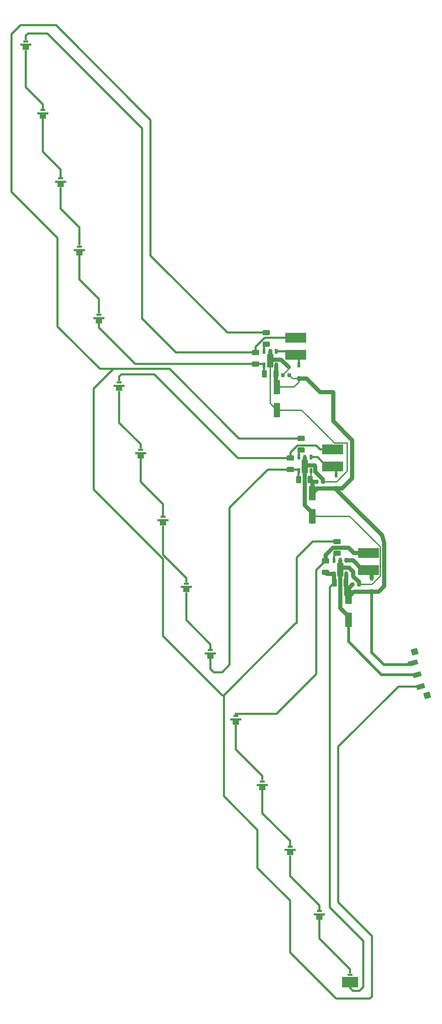
<source format=gbr>
G04 #@! TF.GenerationSoftware,KiCad,Pcbnew,(5.1.2)-1*
G04 #@! TF.CreationDate,2019-06-12T10:40:47+02:00*
G04 #@! TF.ProjectId,stop_light,73746f70-5f6c-4696-9768-742e6b696361,rev?*
G04 #@! TF.SameCoordinates,Original*
G04 #@! TF.FileFunction,Copper,L1,Top*
G04 #@! TF.FilePolarity,Positive*
%FSLAX46Y46*%
G04 Gerber Fmt 4.6, Leading zero omitted, Abs format (unit mm)*
G04 Created by KiCad (PCBNEW (5.1.2)-1) date 2019-06-12 10:40:47*
%MOMM*%
%LPD*%
G04 APERTURE LIST*
%ADD10R,2.800000X0.500000*%
%ADD11R,1.600000X1.000000*%
%ADD12R,0.600000X0.600000*%
%ADD13R,1.200000X0.550000*%
%ADD14R,4.000000X2.500000*%
%ADD15C,1.200000*%
%ADD16C,0.100000*%
%ADD17C,1.500000*%
%ADD18R,1.500000X3.300000*%
%ADD19R,0.680000X1.200000*%
%ADD20R,0.680000X1.400000*%
%ADD21C,0.875000*%
%ADD22C,1.250000*%
%ADD23R,5.100000X2.350000*%
%ADD24R,0.800000X1.250000*%
%ADD25C,1.600000*%
%ADD26C,1.000000*%
%ADD27C,0.300000*%
%ADD28C,0.700000*%
%ADD29C,0.500000*%
G04 APERTURE END LIST*
D10*
X576860000Y-123040000D03*
D11*
X576860000Y-123790000D03*
D12*
X576860000Y-124590000D03*
D13*
X576860000Y-122215000D03*
D12*
X576860000Y-121650000D03*
D14*
X576860000Y-124040000D03*
D15*
X594047024Y-52277942D03*
D16*
G36*
X592918305Y-51984695D02*
G01*
X594836933Y-51420012D01*
X595175743Y-52571189D01*
X593257115Y-53135872D01*
X592918305Y-51984695D01*
X592918305Y-51984695D01*
G37*
D15*
X593200000Y-49400000D03*
D16*
G36*
X592071281Y-49106753D02*
G01*
X593989909Y-48542070D01*
X594328719Y-49693247D01*
X592410091Y-50257930D01*
X592071281Y-49106753D01*
X592071281Y-49106753D01*
G37*
D15*
X592352976Y-46522058D03*
D16*
G36*
X591224257Y-46228811D02*
G01*
X593142885Y-45664128D01*
X593481695Y-46815305D01*
X591563067Y-47379988D01*
X591224257Y-46228811D01*
X591224257Y-46228811D01*
G37*
D17*
X592558470Y-43855549D03*
D16*
G36*
X591579263Y-43361937D02*
G01*
X593114165Y-42910190D01*
X593537677Y-44349161D01*
X592002775Y-44800908D01*
X591579263Y-43361937D01*
X591579263Y-43361937D01*
G37*
D17*
X595664226Y-54408002D03*
D16*
G36*
X594685019Y-53914390D02*
G01*
X596219921Y-53462643D01*
X596643433Y-54901614D01*
X595108531Y-55353361D01*
X594685019Y-53914390D01*
X594685019Y-53914390D01*
G37*
D10*
X569400000Y-107580000D03*
D11*
X569400000Y-108330000D03*
D12*
X569400000Y-109130000D03*
D13*
X569400000Y-106755000D03*
D12*
X569400000Y-106190000D03*
D10*
X549110000Y-60260000D03*
D11*
X549110000Y-61010000D03*
D12*
X549110000Y-61810000D03*
D13*
X549110000Y-59435000D03*
D12*
X549110000Y-58870000D03*
D10*
X555550000Y-76160000D03*
D11*
X555550000Y-76910000D03*
D12*
X555550000Y-77710000D03*
D13*
X555550000Y-75335000D03*
D12*
X555550000Y-74770000D03*
D10*
X562310000Y-91950000D03*
D11*
X562310000Y-92700000D03*
D12*
X562310000Y-93500000D03*
D13*
X562310000Y-91125000D03*
D12*
X562310000Y-90560000D03*
D10*
X531390000Y-11930000D03*
D11*
X531390000Y-12680000D03*
D12*
X531390000Y-13480000D03*
D13*
X531390000Y-11105000D03*
D12*
X531390000Y-10540000D03*
D10*
X525970000Y4360000D03*
D11*
X525970000Y3610000D03*
D12*
X525970000Y2810000D03*
D13*
X525970000Y5185000D03*
D12*
X525970000Y5750000D03*
D10*
X537050000Y-28120000D03*
D11*
X537050000Y-28870000D03*
D12*
X537050000Y-29670000D03*
D13*
X537050000Y-27295000D03*
D12*
X537050000Y-26730000D03*
D10*
X520780000Y20720000D03*
D11*
X520780000Y19970000D03*
D12*
X520780000Y19170000D03*
D13*
X520780000Y21545000D03*
D12*
X520780000Y22110000D03*
D10*
X542950000Y-44240000D03*
D11*
X542950000Y-44990000D03*
D12*
X542950000Y-45790000D03*
D13*
X542950000Y-43415000D03*
D12*
X542950000Y-42850000D03*
D10*
X515810000Y37140000D03*
D11*
X515810000Y36390000D03*
D12*
X515810000Y35590000D03*
D13*
X515810000Y37965000D03*
D12*
X515810000Y38530000D03*
D10*
X511070000Y53650000D03*
D11*
X511070000Y52900000D03*
D12*
X511070000Y52100000D03*
D13*
X511070000Y54475000D03*
D12*
X511070000Y55040000D03*
D10*
X506540000Y70200000D03*
D11*
X506540000Y69450000D03*
D12*
X506540000Y68650000D03*
D13*
X506540000Y71025000D03*
D12*
X506540000Y71590000D03*
D10*
X502220000Y86810000D03*
D11*
X502220000Y86060000D03*
D12*
X502220000Y85260000D03*
D13*
X502220000Y87635000D03*
D12*
X502220000Y88200000D03*
D10*
X498090000Y103465000D03*
D11*
X498090000Y102715000D03*
D12*
X498090000Y101915000D03*
D13*
X498090000Y104290000D03*
D12*
X498090000Y104855000D03*
D18*
X574470000Y-23900000D03*
D19*
X575970000Y-24945000D03*
X572970000Y-24945000D03*
X572970000Y-21645000D03*
D20*
X574470000Y-21745000D03*
D19*
X575970000Y-21645000D03*
D16*
G36*
X577732691Y-27020053D02*
G01*
X577753926Y-27023203D01*
X577774750Y-27028419D01*
X577794962Y-27035651D01*
X577814368Y-27044830D01*
X577832781Y-27055866D01*
X577850024Y-27068654D01*
X577865930Y-27083070D01*
X577880346Y-27098976D01*
X577893134Y-27116219D01*
X577904170Y-27134632D01*
X577913349Y-27154038D01*
X577920581Y-27174250D01*
X577925797Y-27195074D01*
X577928947Y-27216309D01*
X577930000Y-27237750D01*
X577930000Y-27750250D01*
X577928947Y-27771691D01*
X577925797Y-27792926D01*
X577920581Y-27813750D01*
X577913349Y-27833962D01*
X577904170Y-27853368D01*
X577893134Y-27871781D01*
X577880346Y-27889024D01*
X577865930Y-27904930D01*
X577850024Y-27919346D01*
X577832781Y-27932134D01*
X577814368Y-27943170D01*
X577794962Y-27952349D01*
X577774750Y-27959581D01*
X577753926Y-27964797D01*
X577732691Y-27967947D01*
X577711250Y-27969000D01*
X577273750Y-27969000D01*
X577252309Y-27967947D01*
X577231074Y-27964797D01*
X577210250Y-27959581D01*
X577190038Y-27952349D01*
X577170632Y-27943170D01*
X577152219Y-27932134D01*
X577134976Y-27919346D01*
X577119070Y-27904930D01*
X577104654Y-27889024D01*
X577091866Y-27871781D01*
X577080830Y-27853368D01*
X577071651Y-27833962D01*
X577064419Y-27813750D01*
X577059203Y-27792926D01*
X577056053Y-27771691D01*
X577055000Y-27750250D01*
X577055000Y-27237750D01*
X577056053Y-27216309D01*
X577059203Y-27195074D01*
X577064419Y-27174250D01*
X577071651Y-27154038D01*
X577080830Y-27134632D01*
X577091866Y-27116219D01*
X577104654Y-27098976D01*
X577119070Y-27083070D01*
X577134976Y-27068654D01*
X577152219Y-27055866D01*
X577170632Y-27044830D01*
X577190038Y-27035651D01*
X577210250Y-27028419D01*
X577231074Y-27023203D01*
X577252309Y-27020053D01*
X577273750Y-27019000D01*
X577711250Y-27019000D01*
X577732691Y-27020053D01*
X577732691Y-27020053D01*
G37*
D21*
X577492500Y-27494000D03*
D16*
G36*
X579307691Y-27020053D02*
G01*
X579328926Y-27023203D01*
X579349750Y-27028419D01*
X579369962Y-27035651D01*
X579389368Y-27044830D01*
X579407781Y-27055866D01*
X579425024Y-27068654D01*
X579440930Y-27083070D01*
X579455346Y-27098976D01*
X579468134Y-27116219D01*
X579479170Y-27134632D01*
X579488349Y-27154038D01*
X579495581Y-27174250D01*
X579500797Y-27195074D01*
X579503947Y-27216309D01*
X579505000Y-27237750D01*
X579505000Y-27750250D01*
X579503947Y-27771691D01*
X579500797Y-27792926D01*
X579495581Y-27813750D01*
X579488349Y-27833962D01*
X579479170Y-27853368D01*
X579468134Y-27871781D01*
X579455346Y-27889024D01*
X579440930Y-27904930D01*
X579425024Y-27919346D01*
X579407781Y-27932134D01*
X579389368Y-27943170D01*
X579369962Y-27952349D01*
X579349750Y-27959581D01*
X579328926Y-27964797D01*
X579307691Y-27967947D01*
X579286250Y-27969000D01*
X578848750Y-27969000D01*
X578827309Y-27967947D01*
X578806074Y-27964797D01*
X578785250Y-27959581D01*
X578765038Y-27952349D01*
X578745632Y-27943170D01*
X578727219Y-27932134D01*
X578709976Y-27919346D01*
X578694070Y-27904930D01*
X578679654Y-27889024D01*
X578666866Y-27871781D01*
X578655830Y-27853368D01*
X578646651Y-27833962D01*
X578639419Y-27813750D01*
X578634203Y-27792926D01*
X578631053Y-27771691D01*
X578630000Y-27750250D01*
X578630000Y-27237750D01*
X578631053Y-27216309D01*
X578634203Y-27195074D01*
X578639419Y-27174250D01*
X578646651Y-27154038D01*
X578655830Y-27134632D01*
X578666866Y-27116219D01*
X578679654Y-27098976D01*
X578694070Y-27083070D01*
X578709976Y-27068654D01*
X578727219Y-27055866D01*
X578745632Y-27044830D01*
X578765038Y-27035651D01*
X578785250Y-27028419D01*
X578806074Y-27023203D01*
X578827309Y-27020053D01*
X578848750Y-27019000D01*
X579286250Y-27019000D01*
X579307691Y-27020053D01*
X579307691Y-27020053D01*
G37*
D21*
X579067500Y-27494000D03*
D16*
G36*
X571563504Y-23949004D02*
G01*
X571587773Y-23952604D01*
X571611571Y-23958565D01*
X571634671Y-23966830D01*
X571656849Y-23977320D01*
X571677893Y-23989933D01*
X571697598Y-24004547D01*
X571715777Y-24021023D01*
X571732253Y-24039202D01*
X571746867Y-24058907D01*
X571759480Y-24079951D01*
X571769970Y-24102129D01*
X571778235Y-24125229D01*
X571784196Y-24149027D01*
X571787796Y-24173296D01*
X571789000Y-24197800D01*
X571789000Y-24947800D01*
X571787796Y-24972304D01*
X571784196Y-24996573D01*
X571778235Y-25020371D01*
X571769970Y-25043471D01*
X571759480Y-25065649D01*
X571746867Y-25086693D01*
X571732253Y-25106398D01*
X571715777Y-25124577D01*
X571697598Y-25141053D01*
X571677893Y-25155667D01*
X571656849Y-25168280D01*
X571634671Y-25178770D01*
X571611571Y-25187035D01*
X571587773Y-25192996D01*
X571563504Y-25196596D01*
X571539000Y-25197800D01*
X570289000Y-25197800D01*
X570264496Y-25196596D01*
X570240227Y-25192996D01*
X570216429Y-25187035D01*
X570193329Y-25178770D01*
X570171151Y-25168280D01*
X570150107Y-25155667D01*
X570130402Y-25141053D01*
X570112223Y-25124577D01*
X570095747Y-25106398D01*
X570081133Y-25086693D01*
X570068520Y-25065649D01*
X570058030Y-25043471D01*
X570049765Y-25020371D01*
X570043804Y-24996573D01*
X570040204Y-24972304D01*
X570039000Y-24947800D01*
X570039000Y-24197800D01*
X570040204Y-24173296D01*
X570043804Y-24149027D01*
X570049765Y-24125229D01*
X570058030Y-24102129D01*
X570068520Y-24079951D01*
X570081133Y-24058907D01*
X570095747Y-24039202D01*
X570112223Y-24021023D01*
X570130402Y-24004547D01*
X570150107Y-23989933D01*
X570171151Y-23977320D01*
X570193329Y-23966830D01*
X570216429Y-23958565D01*
X570240227Y-23952604D01*
X570264496Y-23949004D01*
X570289000Y-23947800D01*
X571539000Y-23947800D01*
X571563504Y-23949004D01*
X571563504Y-23949004D01*
G37*
D22*
X570914000Y-24572800D03*
D16*
G36*
X571563504Y-21149004D02*
G01*
X571587773Y-21152604D01*
X571611571Y-21158565D01*
X571634671Y-21166830D01*
X571656849Y-21177320D01*
X571677893Y-21189933D01*
X571697598Y-21204547D01*
X571715777Y-21221023D01*
X571732253Y-21239202D01*
X571746867Y-21258907D01*
X571759480Y-21279951D01*
X571769970Y-21302129D01*
X571778235Y-21325229D01*
X571784196Y-21349027D01*
X571787796Y-21373296D01*
X571789000Y-21397800D01*
X571789000Y-22147800D01*
X571787796Y-22172304D01*
X571784196Y-22196573D01*
X571778235Y-22220371D01*
X571769970Y-22243471D01*
X571759480Y-22265649D01*
X571746867Y-22286693D01*
X571732253Y-22306398D01*
X571715777Y-22324577D01*
X571697598Y-22341053D01*
X571677893Y-22355667D01*
X571656849Y-22368280D01*
X571634671Y-22378770D01*
X571611571Y-22387035D01*
X571587773Y-22392996D01*
X571563504Y-22396596D01*
X571539000Y-22397800D01*
X570289000Y-22397800D01*
X570264496Y-22396596D01*
X570240227Y-22392996D01*
X570216429Y-22387035D01*
X570193329Y-22378770D01*
X570171151Y-22368280D01*
X570150107Y-22355667D01*
X570130402Y-22341053D01*
X570112223Y-22324577D01*
X570095747Y-22306398D01*
X570081133Y-22286693D01*
X570068520Y-22265649D01*
X570058030Y-22243471D01*
X570049765Y-22220371D01*
X570043804Y-22196573D01*
X570040204Y-22172304D01*
X570039000Y-22147800D01*
X570039000Y-21397800D01*
X570040204Y-21373296D01*
X570043804Y-21349027D01*
X570049765Y-21325229D01*
X570058030Y-21302129D01*
X570068520Y-21279951D01*
X570081133Y-21258907D01*
X570095747Y-21239202D01*
X570112223Y-21221023D01*
X570130402Y-21204547D01*
X570150107Y-21189933D01*
X570171151Y-21177320D01*
X570193329Y-21166830D01*
X570216429Y-21158565D01*
X570240227Y-21152604D01*
X570264496Y-21149004D01*
X570289000Y-21147800D01*
X571539000Y-21147800D01*
X571563504Y-21149004D01*
X571563504Y-21149004D01*
G37*
D22*
X570914000Y-21772800D03*
D23*
X581328000Y-23981000D03*
X581328000Y-19831000D03*
D16*
G36*
X570556191Y-2092053D02*
G01*
X570577426Y-2095203D01*
X570598250Y-2100419D01*
X570618462Y-2107651D01*
X570637868Y-2116830D01*
X570656281Y-2127866D01*
X570673524Y-2140654D01*
X570689430Y-2155070D01*
X570703846Y-2170976D01*
X570716634Y-2188219D01*
X570727670Y-2206632D01*
X570736849Y-2226038D01*
X570744081Y-2246250D01*
X570749297Y-2267074D01*
X570752447Y-2288309D01*
X570753500Y-2309750D01*
X570753500Y-2822250D01*
X570752447Y-2843691D01*
X570749297Y-2864926D01*
X570744081Y-2885750D01*
X570736849Y-2905962D01*
X570727670Y-2925368D01*
X570716634Y-2943781D01*
X570703846Y-2961024D01*
X570689430Y-2976930D01*
X570673524Y-2991346D01*
X570656281Y-3004134D01*
X570637868Y-3015170D01*
X570618462Y-3024349D01*
X570598250Y-3031581D01*
X570577426Y-3036797D01*
X570556191Y-3039947D01*
X570534750Y-3041000D01*
X570097250Y-3041000D01*
X570075809Y-3039947D01*
X570054574Y-3036797D01*
X570033750Y-3031581D01*
X570013538Y-3024349D01*
X569994132Y-3015170D01*
X569975719Y-3004134D01*
X569958476Y-2991346D01*
X569942570Y-2976930D01*
X569928154Y-2961024D01*
X569915366Y-2943781D01*
X569904330Y-2925368D01*
X569895151Y-2905962D01*
X569887919Y-2885750D01*
X569882703Y-2864926D01*
X569879553Y-2843691D01*
X569878500Y-2822250D01*
X569878500Y-2309750D01*
X569879553Y-2288309D01*
X569882703Y-2267074D01*
X569887919Y-2246250D01*
X569895151Y-2226038D01*
X569904330Y-2206632D01*
X569915366Y-2188219D01*
X569928154Y-2170976D01*
X569942570Y-2155070D01*
X569958476Y-2140654D01*
X569975719Y-2127866D01*
X569994132Y-2116830D01*
X570013538Y-2107651D01*
X570033750Y-2100419D01*
X570054574Y-2095203D01*
X570075809Y-2092053D01*
X570097250Y-2091000D01*
X570534750Y-2091000D01*
X570556191Y-2092053D01*
X570556191Y-2092053D01*
G37*
D21*
X570316000Y-2566000D03*
D16*
G36*
X568981191Y-2092053D02*
G01*
X569002426Y-2095203D01*
X569023250Y-2100419D01*
X569043462Y-2107651D01*
X569062868Y-2116830D01*
X569081281Y-2127866D01*
X569098524Y-2140654D01*
X569114430Y-2155070D01*
X569128846Y-2170976D01*
X569141634Y-2188219D01*
X569152670Y-2206632D01*
X569161849Y-2226038D01*
X569169081Y-2246250D01*
X569174297Y-2267074D01*
X569177447Y-2288309D01*
X569178500Y-2309750D01*
X569178500Y-2822250D01*
X569177447Y-2843691D01*
X569174297Y-2864926D01*
X569169081Y-2885750D01*
X569161849Y-2905962D01*
X569152670Y-2925368D01*
X569141634Y-2943781D01*
X569128846Y-2961024D01*
X569114430Y-2976930D01*
X569098524Y-2991346D01*
X569081281Y-3004134D01*
X569062868Y-3015170D01*
X569043462Y-3024349D01*
X569023250Y-3031581D01*
X569002426Y-3036797D01*
X568981191Y-3039947D01*
X568959750Y-3041000D01*
X568522250Y-3041000D01*
X568500809Y-3039947D01*
X568479574Y-3036797D01*
X568458750Y-3031581D01*
X568438538Y-3024349D01*
X568419132Y-3015170D01*
X568400719Y-3004134D01*
X568383476Y-2991346D01*
X568367570Y-2976930D01*
X568353154Y-2961024D01*
X568340366Y-2943781D01*
X568329330Y-2925368D01*
X568320151Y-2905962D01*
X568312919Y-2885750D01*
X568307703Y-2864926D01*
X568304553Y-2843691D01*
X568303500Y-2822250D01*
X568303500Y-2309750D01*
X568304553Y-2288309D01*
X568307703Y-2267074D01*
X568312919Y-2246250D01*
X568320151Y-2226038D01*
X568329330Y-2206632D01*
X568340366Y-2188219D01*
X568353154Y-2170976D01*
X568367570Y-2155070D01*
X568383476Y-2140654D01*
X568400719Y-2127866D01*
X568419132Y-2116830D01*
X568438538Y-2107651D01*
X568458750Y-2100419D01*
X568479574Y-2095203D01*
X568500809Y-2092053D01*
X568522250Y-2091000D01*
X568959750Y-2091000D01*
X568981191Y-2092053D01*
X568981191Y-2092053D01*
G37*
D21*
X568741000Y-2566000D03*
D16*
G36*
X563015504Y3807796D02*
G01*
X563039773Y3804196D01*
X563063571Y3798235D01*
X563086671Y3789970D01*
X563108849Y3779480D01*
X563129893Y3766867D01*
X563149598Y3752253D01*
X563167777Y3735777D01*
X563184253Y3717598D01*
X563198867Y3697893D01*
X563211480Y3676849D01*
X563221970Y3654671D01*
X563230235Y3631571D01*
X563236196Y3607773D01*
X563239796Y3583504D01*
X563241000Y3559000D01*
X563241000Y2809000D01*
X563239796Y2784496D01*
X563236196Y2760227D01*
X563230235Y2736429D01*
X563221970Y2713329D01*
X563211480Y2691151D01*
X563198867Y2670107D01*
X563184253Y2650402D01*
X563167777Y2632223D01*
X563149598Y2615747D01*
X563129893Y2601133D01*
X563108849Y2588520D01*
X563086671Y2578030D01*
X563063571Y2569765D01*
X563039773Y2563804D01*
X563015504Y2560204D01*
X562991000Y2559000D01*
X561741000Y2559000D01*
X561716496Y2560204D01*
X561692227Y2563804D01*
X561668429Y2569765D01*
X561645329Y2578030D01*
X561623151Y2588520D01*
X561602107Y2601133D01*
X561582402Y2615747D01*
X561564223Y2632223D01*
X561547747Y2650402D01*
X561533133Y2670107D01*
X561520520Y2691151D01*
X561510030Y2713329D01*
X561501765Y2736429D01*
X561495804Y2760227D01*
X561492204Y2784496D01*
X561491000Y2809000D01*
X561491000Y3559000D01*
X561492204Y3583504D01*
X561495804Y3607773D01*
X561501765Y3631571D01*
X561510030Y3654671D01*
X561520520Y3676849D01*
X561533133Y3697893D01*
X561547747Y3717598D01*
X561564223Y3735777D01*
X561582402Y3752253D01*
X561602107Y3766867D01*
X561623151Y3779480D01*
X561645329Y3789970D01*
X561668429Y3798235D01*
X561692227Y3804196D01*
X561716496Y3807796D01*
X561741000Y3809000D01*
X562991000Y3809000D01*
X563015504Y3807796D01*
X563015504Y3807796D01*
G37*
D22*
X562366000Y3184000D03*
D16*
G36*
X563015504Y1007796D02*
G01*
X563039773Y1004196D01*
X563063571Y998235D01*
X563086671Y989970D01*
X563108849Y979480D01*
X563129893Y966867D01*
X563149598Y952253D01*
X563167777Y935777D01*
X563184253Y917598D01*
X563198867Y897893D01*
X563211480Y876849D01*
X563221970Y854671D01*
X563230235Y831571D01*
X563236196Y807773D01*
X563239796Y783504D01*
X563241000Y759000D01*
X563241000Y9000D01*
X563239796Y-15504D01*
X563236196Y-39773D01*
X563230235Y-63571D01*
X563221970Y-86671D01*
X563211480Y-108849D01*
X563198867Y-129893D01*
X563184253Y-149598D01*
X563167777Y-167777D01*
X563149598Y-184253D01*
X563129893Y-198867D01*
X563108849Y-211480D01*
X563086671Y-221970D01*
X563063571Y-230235D01*
X563039773Y-236196D01*
X563015504Y-239796D01*
X562991000Y-241000D01*
X561741000Y-241000D01*
X561716496Y-239796D01*
X561692227Y-236196D01*
X561668429Y-230235D01*
X561645329Y-221970D01*
X561623151Y-211480D01*
X561602107Y-198867D01*
X561582402Y-184253D01*
X561564223Y-167777D01*
X561547747Y-149598D01*
X561533133Y-129893D01*
X561520520Y-108849D01*
X561510030Y-86671D01*
X561501765Y-63571D01*
X561495804Y-39773D01*
X561492204Y-15504D01*
X561491000Y9000D01*
X561491000Y759000D01*
X561492204Y783504D01*
X561495804Y807773D01*
X561501765Y831571D01*
X561510030Y854671D01*
X561520520Y876849D01*
X561533133Y897893D01*
X561547747Y917598D01*
X561564223Y935777D01*
X561582402Y952253D01*
X561602107Y966867D01*
X561623151Y979480D01*
X561645329Y989970D01*
X561668429Y998235D01*
X561692227Y1004196D01*
X561716496Y1007796D01*
X561741000Y1009000D01*
X562991000Y1009000D01*
X563015504Y1007796D01*
X563015504Y1007796D01*
G37*
D22*
X562366000Y384000D03*
D23*
X572616000Y5274000D03*
X572616000Y1124000D03*
D19*
X567406000Y3379000D03*
D20*
X565906000Y3279000D03*
D19*
X564406000Y3379000D03*
X564406000Y79000D03*
X567406000Y79000D03*
D18*
X565906000Y1124000D03*
D24*
X582120000Y-29240000D03*
X582120000Y-25940000D03*
X573516000Y-916000D03*
X573516000Y-4216000D03*
D16*
G36*
X564775504Y-1192204D02*
G01*
X564799773Y-1195804D01*
X564823571Y-1201765D01*
X564846671Y-1210030D01*
X564868849Y-1220520D01*
X564889893Y-1233133D01*
X564909598Y-1247747D01*
X564927777Y-1264223D01*
X564944253Y-1282402D01*
X564958867Y-1302107D01*
X564971480Y-1323151D01*
X564981970Y-1345329D01*
X564990235Y-1368429D01*
X564996196Y-1392227D01*
X564999796Y-1416496D01*
X565001000Y-1441000D01*
X565001000Y-2691000D01*
X564999796Y-2715504D01*
X564996196Y-2739773D01*
X564990235Y-2763571D01*
X564981970Y-2786671D01*
X564971480Y-2808849D01*
X564958867Y-2829893D01*
X564944253Y-2849598D01*
X564927777Y-2867777D01*
X564909598Y-2884253D01*
X564889893Y-2898867D01*
X564868849Y-2911480D01*
X564846671Y-2921970D01*
X564823571Y-2930235D01*
X564799773Y-2936196D01*
X564775504Y-2939796D01*
X564751000Y-2941000D01*
X564001000Y-2941000D01*
X563976496Y-2939796D01*
X563952227Y-2936196D01*
X563928429Y-2930235D01*
X563905329Y-2921970D01*
X563883151Y-2911480D01*
X563862107Y-2898867D01*
X563842402Y-2884253D01*
X563824223Y-2867777D01*
X563807747Y-2849598D01*
X563793133Y-2829893D01*
X563780520Y-2808849D01*
X563770030Y-2786671D01*
X563761765Y-2763571D01*
X563755804Y-2739773D01*
X563752204Y-2715504D01*
X563751000Y-2691000D01*
X563751000Y-1441000D01*
X563752204Y-1416496D01*
X563755804Y-1392227D01*
X563761765Y-1368429D01*
X563770030Y-1345329D01*
X563780520Y-1323151D01*
X563793133Y-1302107D01*
X563807747Y-1282402D01*
X563824223Y-1264223D01*
X563842402Y-1247747D01*
X563862107Y-1233133D01*
X563883151Y-1220520D01*
X563905329Y-1210030D01*
X563928429Y-1201765D01*
X563952227Y-1195804D01*
X563976496Y-1192204D01*
X564001000Y-1191000D01*
X564751000Y-1191000D01*
X564775504Y-1192204D01*
X564775504Y-1192204D01*
G37*
D22*
X564376000Y-2066000D03*
D16*
G36*
X567575504Y-1192204D02*
G01*
X567599773Y-1195804D01*
X567623571Y-1201765D01*
X567646671Y-1210030D01*
X567668849Y-1220520D01*
X567689893Y-1233133D01*
X567709598Y-1247747D01*
X567727777Y-1264223D01*
X567744253Y-1282402D01*
X567758867Y-1302107D01*
X567771480Y-1323151D01*
X567781970Y-1345329D01*
X567790235Y-1368429D01*
X567796196Y-1392227D01*
X567799796Y-1416496D01*
X567801000Y-1441000D01*
X567801000Y-2691000D01*
X567799796Y-2715504D01*
X567796196Y-2739773D01*
X567790235Y-2763571D01*
X567781970Y-2786671D01*
X567771480Y-2808849D01*
X567758867Y-2829893D01*
X567744253Y-2849598D01*
X567727777Y-2867777D01*
X567709598Y-2884253D01*
X567689893Y-2898867D01*
X567668849Y-2911480D01*
X567646671Y-2921970D01*
X567623571Y-2930235D01*
X567599773Y-2936196D01*
X567575504Y-2939796D01*
X567551000Y-2941000D01*
X566801000Y-2941000D01*
X566776496Y-2939796D01*
X566752227Y-2936196D01*
X566728429Y-2930235D01*
X566705329Y-2921970D01*
X566683151Y-2911480D01*
X566662107Y-2898867D01*
X566642402Y-2884253D01*
X566624223Y-2867777D01*
X566607747Y-2849598D01*
X566593133Y-2829893D01*
X566580520Y-2808849D01*
X566570030Y-2786671D01*
X566561765Y-2763571D01*
X566555804Y-2739773D01*
X566552204Y-2715504D01*
X566551000Y-2691000D01*
X566551000Y-1441000D01*
X566552204Y-1416496D01*
X566555804Y-1392227D01*
X566561765Y-1368429D01*
X566570030Y-1345329D01*
X566580520Y-1323151D01*
X566593133Y-1302107D01*
X566607747Y-1282402D01*
X566624223Y-1264223D01*
X566642402Y-1247747D01*
X566662107Y-1233133D01*
X566683151Y-1220520D01*
X566705329Y-1210030D01*
X566728429Y-1201765D01*
X566752227Y-1195804D01*
X566776496Y-1192204D01*
X566801000Y-1191000D01*
X567551000Y-1191000D01*
X567575504Y-1192204D01*
X567575504Y-1192204D01*
G37*
D22*
X567176000Y-2066000D03*
D16*
G36*
X574369504Y-16466204D02*
G01*
X574393773Y-16469804D01*
X574417571Y-16475765D01*
X574440671Y-16484030D01*
X574462849Y-16494520D01*
X574483893Y-16507133D01*
X574503598Y-16521747D01*
X574521777Y-16538223D01*
X574538253Y-16556402D01*
X574552867Y-16576107D01*
X574565480Y-16597151D01*
X574575970Y-16619329D01*
X574584235Y-16642429D01*
X574590196Y-16666227D01*
X574593796Y-16690496D01*
X574595000Y-16715000D01*
X574595000Y-17465000D01*
X574593796Y-17489504D01*
X574590196Y-17513773D01*
X574584235Y-17537571D01*
X574575970Y-17560671D01*
X574565480Y-17582849D01*
X574552867Y-17603893D01*
X574538253Y-17623598D01*
X574521777Y-17641777D01*
X574503598Y-17658253D01*
X574483893Y-17672867D01*
X574462849Y-17685480D01*
X574440671Y-17695970D01*
X574417571Y-17704235D01*
X574393773Y-17710196D01*
X574369504Y-17713796D01*
X574345000Y-17715000D01*
X573095000Y-17715000D01*
X573070496Y-17713796D01*
X573046227Y-17710196D01*
X573022429Y-17704235D01*
X572999329Y-17695970D01*
X572977151Y-17685480D01*
X572956107Y-17672867D01*
X572936402Y-17658253D01*
X572918223Y-17641777D01*
X572901747Y-17623598D01*
X572887133Y-17603893D01*
X572874520Y-17582849D01*
X572864030Y-17560671D01*
X572855765Y-17537571D01*
X572849804Y-17513773D01*
X572846204Y-17489504D01*
X572845000Y-17465000D01*
X572845000Y-16715000D01*
X572846204Y-16690496D01*
X572849804Y-16666227D01*
X572855765Y-16642429D01*
X572864030Y-16619329D01*
X572874520Y-16597151D01*
X572887133Y-16576107D01*
X572901747Y-16556402D01*
X572918223Y-16538223D01*
X572936402Y-16521747D01*
X572956107Y-16507133D01*
X572977151Y-16494520D01*
X572999329Y-16484030D01*
X573022429Y-16475765D01*
X573046227Y-16469804D01*
X573070496Y-16466204D01*
X573095000Y-16465000D01*
X574345000Y-16465000D01*
X574369504Y-16466204D01*
X574369504Y-16466204D01*
G37*
D22*
X573720000Y-17090000D03*
D16*
G36*
X574369504Y-19266204D02*
G01*
X574393773Y-19269804D01*
X574417571Y-19275765D01*
X574440671Y-19284030D01*
X574462849Y-19294520D01*
X574483893Y-19307133D01*
X574503598Y-19321747D01*
X574521777Y-19338223D01*
X574538253Y-19356402D01*
X574552867Y-19376107D01*
X574565480Y-19397151D01*
X574575970Y-19419329D01*
X574584235Y-19442429D01*
X574590196Y-19466227D01*
X574593796Y-19490496D01*
X574595000Y-19515000D01*
X574595000Y-20265000D01*
X574593796Y-20289504D01*
X574590196Y-20313773D01*
X574584235Y-20337571D01*
X574575970Y-20360671D01*
X574565480Y-20382849D01*
X574552867Y-20403893D01*
X574538253Y-20423598D01*
X574521777Y-20441777D01*
X574503598Y-20458253D01*
X574483893Y-20472867D01*
X574462849Y-20485480D01*
X574440671Y-20495970D01*
X574417571Y-20504235D01*
X574393773Y-20510196D01*
X574369504Y-20513796D01*
X574345000Y-20515000D01*
X573095000Y-20515000D01*
X573070496Y-20513796D01*
X573046227Y-20510196D01*
X573022429Y-20504235D01*
X572999329Y-20495970D01*
X572977151Y-20485480D01*
X572956107Y-20472867D01*
X572936402Y-20458253D01*
X572918223Y-20441777D01*
X572901747Y-20423598D01*
X572887133Y-20403893D01*
X572874520Y-20382849D01*
X572864030Y-20360671D01*
X572855765Y-20337571D01*
X572849804Y-20313773D01*
X572846204Y-20289504D01*
X572845000Y-20265000D01*
X572845000Y-19515000D01*
X572846204Y-19490496D01*
X572849804Y-19466227D01*
X572855765Y-19442429D01*
X572864030Y-19419329D01*
X572874520Y-19397151D01*
X572887133Y-19376107D01*
X572901747Y-19356402D01*
X572918223Y-19338223D01*
X572936402Y-19321747D01*
X572956107Y-19307133D01*
X572977151Y-19294520D01*
X572999329Y-19284030D01*
X573022429Y-19275765D01*
X573046227Y-19269804D01*
X573070496Y-19266204D01*
X573095000Y-19265000D01*
X574345000Y-19265000D01*
X574369504Y-19266204D01*
X574369504Y-19266204D01*
G37*
D22*
X573720000Y-19890000D03*
D16*
G36*
X565639504Y5751796D02*
G01*
X565663773Y5748196D01*
X565687571Y5742235D01*
X565710671Y5733970D01*
X565732849Y5723480D01*
X565753893Y5710867D01*
X565773598Y5696253D01*
X565791777Y5679777D01*
X565808253Y5661598D01*
X565822867Y5641893D01*
X565835480Y5620849D01*
X565845970Y5598671D01*
X565854235Y5575571D01*
X565860196Y5551773D01*
X565863796Y5527504D01*
X565865000Y5503000D01*
X565865000Y4753000D01*
X565863796Y4728496D01*
X565860196Y4704227D01*
X565854235Y4680429D01*
X565845970Y4657329D01*
X565835480Y4635151D01*
X565822867Y4614107D01*
X565808253Y4594402D01*
X565791777Y4576223D01*
X565773598Y4559747D01*
X565753893Y4545133D01*
X565732849Y4532520D01*
X565710671Y4522030D01*
X565687571Y4513765D01*
X565663773Y4507804D01*
X565639504Y4504204D01*
X565615000Y4503000D01*
X564365000Y4503000D01*
X564340496Y4504204D01*
X564316227Y4507804D01*
X564292429Y4513765D01*
X564269329Y4522030D01*
X564247151Y4532520D01*
X564226107Y4545133D01*
X564206402Y4559747D01*
X564188223Y4576223D01*
X564171747Y4594402D01*
X564157133Y4614107D01*
X564144520Y4635151D01*
X564134030Y4657329D01*
X564125765Y4680429D01*
X564119804Y4704227D01*
X564116204Y4728496D01*
X564115000Y4753000D01*
X564115000Y5503000D01*
X564116204Y5527504D01*
X564119804Y5551773D01*
X564125765Y5575571D01*
X564134030Y5598671D01*
X564144520Y5620849D01*
X564157133Y5641893D01*
X564171747Y5661598D01*
X564188223Y5679777D01*
X564206402Y5696253D01*
X564226107Y5710867D01*
X564247151Y5723480D01*
X564269329Y5733970D01*
X564292429Y5742235D01*
X564316227Y5748196D01*
X564340496Y5751796D01*
X564365000Y5753000D01*
X565615000Y5753000D01*
X565639504Y5751796D01*
X565639504Y5751796D01*
G37*
D22*
X564990000Y5128000D03*
D16*
G36*
X565639504Y8551796D02*
G01*
X565663773Y8548196D01*
X565687571Y8542235D01*
X565710671Y8533970D01*
X565732849Y8523480D01*
X565753893Y8510867D01*
X565773598Y8496253D01*
X565791777Y8479777D01*
X565808253Y8461598D01*
X565822867Y8441893D01*
X565835480Y8420849D01*
X565845970Y8398671D01*
X565854235Y8375571D01*
X565860196Y8351773D01*
X565863796Y8327504D01*
X565865000Y8303000D01*
X565865000Y7553000D01*
X565863796Y7528496D01*
X565860196Y7504227D01*
X565854235Y7480429D01*
X565845970Y7457329D01*
X565835480Y7435151D01*
X565822867Y7414107D01*
X565808253Y7394402D01*
X565791777Y7376223D01*
X565773598Y7359747D01*
X565753893Y7345133D01*
X565732849Y7332520D01*
X565710671Y7322030D01*
X565687571Y7313765D01*
X565663773Y7307804D01*
X565639504Y7304204D01*
X565615000Y7303000D01*
X564365000Y7303000D01*
X564340496Y7304204D01*
X564316227Y7307804D01*
X564292429Y7313765D01*
X564269329Y7322030D01*
X564247151Y7332520D01*
X564226107Y7345133D01*
X564206402Y7359747D01*
X564188223Y7376223D01*
X564171747Y7394402D01*
X564157133Y7414107D01*
X564144520Y7435151D01*
X564134030Y7457329D01*
X564125765Y7480429D01*
X564119804Y7504227D01*
X564116204Y7528496D01*
X564115000Y7553000D01*
X564115000Y8303000D01*
X564116204Y8327504D01*
X564119804Y8351773D01*
X564125765Y8375571D01*
X564134030Y8398671D01*
X564144520Y8420849D01*
X564157133Y8441893D01*
X564171747Y8461598D01*
X564188223Y8479777D01*
X564206402Y8496253D01*
X564226107Y8510867D01*
X564247151Y8523480D01*
X564269329Y8533970D01*
X564292429Y8542235D01*
X564316227Y8548196D01*
X564340496Y8551796D01*
X564365000Y8553000D01*
X565615000Y8553000D01*
X565639504Y8551796D01*
X565639504Y8551796D01*
G37*
D22*
X564990000Y7928000D03*
D16*
G36*
X562340191Y23773947D02*
G01*
X562361426Y23770797D01*
X562382250Y23765581D01*
X562402462Y23758349D01*
X562421868Y23749170D01*
X562440281Y23738134D01*
X562457524Y23725346D01*
X562473430Y23710930D01*
X562487846Y23695024D01*
X562500634Y23677781D01*
X562511670Y23659368D01*
X562520849Y23639962D01*
X562528081Y23619750D01*
X562533297Y23598926D01*
X562536447Y23577691D01*
X562537500Y23556250D01*
X562537500Y23043750D01*
X562536447Y23022309D01*
X562533297Y23001074D01*
X562528081Y22980250D01*
X562520849Y22960038D01*
X562511670Y22940632D01*
X562500634Y22922219D01*
X562487846Y22904976D01*
X562473430Y22889070D01*
X562457524Y22874654D01*
X562440281Y22861866D01*
X562421868Y22850830D01*
X562402462Y22841651D01*
X562382250Y22834419D01*
X562361426Y22829203D01*
X562340191Y22826053D01*
X562318750Y22825000D01*
X561881250Y22825000D01*
X561859809Y22826053D01*
X561838574Y22829203D01*
X561817750Y22834419D01*
X561797538Y22841651D01*
X561778132Y22850830D01*
X561759719Y22861866D01*
X561742476Y22874654D01*
X561726570Y22889070D01*
X561712154Y22904976D01*
X561699366Y22922219D01*
X561688330Y22940632D01*
X561679151Y22960038D01*
X561671919Y22980250D01*
X561666703Y23001074D01*
X561663553Y23022309D01*
X561662500Y23043750D01*
X561662500Y23556250D01*
X561663553Y23577691D01*
X561666703Y23598926D01*
X561671919Y23619750D01*
X561679151Y23639962D01*
X561688330Y23659368D01*
X561699366Y23677781D01*
X561712154Y23695024D01*
X561726570Y23710930D01*
X561742476Y23725346D01*
X561759719Y23738134D01*
X561778132Y23749170D01*
X561797538Y23758349D01*
X561817750Y23765581D01*
X561838574Y23770797D01*
X561859809Y23773947D01*
X561881250Y23775000D01*
X562318750Y23775000D01*
X562340191Y23773947D01*
X562340191Y23773947D01*
G37*
D21*
X562100000Y23300000D03*
D16*
G36*
X560765191Y23773947D02*
G01*
X560786426Y23770797D01*
X560807250Y23765581D01*
X560827462Y23758349D01*
X560846868Y23749170D01*
X560865281Y23738134D01*
X560882524Y23725346D01*
X560898430Y23710930D01*
X560912846Y23695024D01*
X560925634Y23677781D01*
X560936670Y23659368D01*
X560945849Y23639962D01*
X560953081Y23619750D01*
X560958297Y23598926D01*
X560961447Y23577691D01*
X560962500Y23556250D01*
X560962500Y23043750D01*
X560961447Y23022309D01*
X560958297Y23001074D01*
X560953081Y22980250D01*
X560945849Y22960038D01*
X560936670Y22940632D01*
X560925634Y22922219D01*
X560912846Y22904976D01*
X560898430Y22889070D01*
X560882524Y22874654D01*
X560865281Y22861866D01*
X560846868Y22850830D01*
X560827462Y22841651D01*
X560807250Y22834419D01*
X560786426Y22829203D01*
X560765191Y22826053D01*
X560743750Y22825000D01*
X560306250Y22825000D01*
X560284809Y22826053D01*
X560263574Y22829203D01*
X560242750Y22834419D01*
X560222538Y22841651D01*
X560203132Y22850830D01*
X560184719Y22861866D01*
X560167476Y22874654D01*
X560151570Y22889070D01*
X560137154Y22904976D01*
X560124366Y22922219D01*
X560113330Y22940632D01*
X560104151Y22960038D01*
X560096919Y22980250D01*
X560091703Y23001074D01*
X560088553Y23022309D01*
X560087500Y23043750D01*
X560087500Y23556250D01*
X560088553Y23577691D01*
X560091703Y23598926D01*
X560096919Y23619750D01*
X560104151Y23639962D01*
X560113330Y23659368D01*
X560124366Y23677781D01*
X560137154Y23695024D01*
X560151570Y23710930D01*
X560167476Y23725346D01*
X560184719Y23738134D01*
X560203132Y23749170D01*
X560222538Y23758349D01*
X560242750Y23765581D01*
X560263574Y23770797D01*
X560284809Y23773947D01*
X560306250Y23775000D01*
X560743750Y23775000D01*
X560765191Y23773947D01*
X560765191Y23773947D01*
G37*
D21*
X560525000Y23300000D03*
D16*
G36*
X554549504Y26623796D02*
G01*
X554573773Y26620196D01*
X554597571Y26614235D01*
X554620671Y26605970D01*
X554642849Y26595480D01*
X554663893Y26582867D01*
X554683598Y26568253D01*
X554701777Y26551777D01*
X554718253Y26533598D01*
X554732867Y26513893D01*
X554745480Y26492849D01*
X554755970Y26470671D01*
X554764235Y26447571D01*
X554770196Y26423773D01*
X554773796Y26399504D01*
X554775000Y26375000D01*
X554775000Y25625000D01*
X554773796Y25600496D01*
X554770196Y25576227D01*
X554764235Y25552429D01*
X554755970Y25529329D01*
X554745480Y25507151D01*
X554732867Y25486107D01*
X554718253Y25466402D01*
X554701777Y25448223D01*
X554683598Y25431747D01*
X554663893Y25417133D01*
X554642849Y25404520D01*
X554620671Y25394030D01*
X554597571Y25385765D01*
X554573773Y25379804D01*
X554549504Y25376204D01*
X554525000Y25375000D01*
X553275000Y25375000D01*
X553250496Y25376204D01*
X553226227Y25379804D01*
X553202429Y25385765D01*
X553179329Y25394030D01*
X553157151Y25404520D01*
X553136107Y25417133D01*
X553116402Y25431747D01*
X553098223Y25448223D01*
X553081747Y25466402D01*
X553067133Y25486107D01*
X553054520Y25507151D01*
X553044030Y25529329D01*
X553035765Y25552429D01*
X553029804Y25576227D01*
X553026204Y25600496D01*
X553025000Y25625000D01*
X553025000Y26375000D01*
X553026204Y26399504D01*
X553029804Y26423773D01*
X553035765Y26447571D01*
X553044030Y26470671D01*
X553054520Y26492849D01*
X553067133Y26513893D01*
X553081747Y26533598D01*
X553098223Y26551777D01*
X553116402Y26568253D01*
X553136107Y26582867D01*
X553157151Y26595480D01*
X553179329Y26605970D01*
X553202429Y26614235D01*
X553226227Y26620196D01*
X553250496Y26623796D01*
X553275000Y26625000D01*
X554525000Y26625000D01*
X554549504Y26623796D01*
X554549504Y26623796D01*
G37*
D22*
X553900000Y26000000D03*
D16*
G36*
X554549504Y29423796D02*
G01*
X554573773Y29420196D01*
X554597571Y29414235D01*
X554620671Y29405970D01*
X554642849Y29395480D01*
X554663893Y29382867D01*
X554683598Y29368253D01*
X554701777Y29351777D01*
X554718253Y29333598D01*
X554732867Y29313893D01*
X554745480Y29292849D01*
X554755970Y29270671D01*
X554764235Y29247571D01*
X554770196Y29223773D01*
X554773796Y29199504D01*
X554775000Y29175000D01*
X554775000Y28425000D01*
X554773796Y28400496D01*
X554770196Y28376227D01*
X554764235Y28352429D01*
X554755970Y28329329D01*
X554745480Y28307151D01*
X554732867Y28286107D01*
X554718253Y28266402D01*
X554701777Y28248223D01*
X554683598Y28231747D01*
X554663893Y28217133D01*
X554642849Y28204520D01*
X554620671Y28194030D01*
X554597571Y28185765D01*
X554573773Y28179804D01*
X554549504Y28176204D01*
X554525000Y28175000D01*
X553275000Y28175000D01*
X553250496Y28176204D01*
X553226227Y28179804D01*
X553202429Y28185765D01*
X553179329Y28194030D01*
X553157151Y28204520D01*
X553136107Y28217133D01*
X553116402Y28231747D01*
X553098223Y28248223D01*
X553081747Y28266402D01*
X553067133Y28286107D01*
X553054520Y28307151D01*
X553044030Y28329329D01*
X553035765Y28352429D01*
X553029804Y28376227D01*
X553026204Y28400496D01*
X553025000Y28425000D01*
X553025000Y29175000D01*
X553026204Y29199504D01*
X553029804Y29223773D01*
X553035765Y29247571D01*
X553044030Y29270671D01*
X553054520Y29292849D01*
X553067133Y29313893D01*
X553081747Y29333598D01*
X553098223Y29351777D01*
X553116402Y29368253D01*
X553136107Y29382867D01*
X553157151Y29395480D01*
X553179329Y29405970D01*
X553202429Y29414235D01*
X553226227Y29420196D01*
X553250496Y29423796D01*
X553275000Y29425000D01*
X554525000Y29425000D01*
X554549504Y29423796D01*
X554549504Y29423796D01*
G37*
D22*
X553900000Y28800000D03*
D16*
G36*
X557149504Y31423796D02*
G01*
X557173773Y31420196D01*
X557197571Y31414235D01*
X557220671Y31405970D01*
X557242849Y31395480D01*
X557263893Y31382867D01*
X557283598Y31368253D01*
X557301777Y31351777D01*
X557318253Y31333598D01*
X557332867Y31313893D01*
X557345480Y31292849D01*
X557355970Y31270671D01*
X557364235Y31247571D01*
X557370196Y31223773D01*
X557373796Y31199504D01*
X557375000Y31175000D01*
X557375000Y30425000D01*
X557373796Y30400496D01*
X557370196Y30376227D01*
X557364235Y30352429D01*
X557355970Y30329329D01*
X557345480Y30307151D01*
X557332867Y30286107D01*
X557318253Y30266402D01*
X557301777Y30248223D01*
X557283598Y30231747D01*
X557263893Y30217133D01*
X557242849Y30204520D01*
X557220671Y30194030D01*
X557197571Y30185765D01*
X557173773Y30179804D01*
X557149504Y30176204D01*
X557125000Y30175000D01*
X555875000Y30175000D01*
X555850496Y30176204D01*
X555826227Y30179804D01*
X555802429Y30185765D01*
X555779329Y30194030D01*
X555757151Y30204520D01*
X555736107Y30217133D01*
X555716402Y30231747D01*
X555698223Y30248223D01*
X555681747Y30266402D01*
X555667133Y30286107D01*
X555654520Y30307151D01*
X555644030Y30329329D01*
X555635765Y30352429D01*
X555629804Y30376227D01*
X555626204Y30400496D01*
X555625000Y30425000D01*
X555625000Y31175000D01*
X555626204Y31199504D01*
X555629804Y31223773D01*
X555635765Y31247571D01*
X555644030Y31270671D01*
X555654520Y31292849D01*
X555667133Y31313893D01*
X555681747Y31333598D01*
X555698223Y31351777D01*
X555716402Y31368253D01*
X555736107Y31382867D01*
X555757151Y31395480D01*
X555779329Y31405970D01*
X555802429Y31414235D01*
X555826227Y31420196D01*
X555850496Y31423796D01*
X555875000Y31425000D01*
X557125000Y31425000D01*
X557149504Y31423796D01*
X557149504Y31423796D01*
G37*
D22*
X556500000Y30800000D03*
D16*
G36*
X557149504Y34223796D02*
G01*
X557173773Y34220196D01*
X557197571Y34214235D01*
X557220671Y34205970D01*
X557242849Y34195480D01*
X557263893Y34182867D01*
X557283598Y34168253D01*
X557301777Y34151777D01*
X557318253Y34133598D01*
X557332867Y34113893D01*
X557345480Y34092849D01*
X557355970Y34070671D01*
X557364235Y34047571D01*
X557370196Y34023773D01*
X557373796Y33999504D01*
X557375000Y33975000D01*
X557375000Y33225000D01*
X557373796Y33200496D01*
X557370196Y33176227D01*
X557364235Y33152429D01*
X557355970Y33129329D01*
X557345480Y33107151D01*
X557332867Y33086107D01*
X557318253Y33066402D01*
X557301777Y33048223D01*
X557283598Y33031747D01*
X557263893Y33017133D01*
X557242849Y33004520D01*
X557220671Y32994030D01*
X557197571Y32985765D01*
X557173773Y32979804D01*
X557149504Y32976204D01*
X557125000Y32975000D01*
X555875000Y32975000D01*
X555850496Y32976204D01*
X555826227Y32979804D01*
X555802429Y32985765D01*
X555779329Y32994030D01*
X555757151Y33004520D01*
X555736107Y33017133D01*
X555716402Y33031747D01*
X555698223Y33048223D01*
X555681747Y33066402D01*
X555667133Y33086107D01*
X555654520Y33107151D01*
X555644030Y33129329D01*
X555635765Y33152429D01*
X555629804Y33176227D01*
X555626204Y33200496D01*
X555625000Y33225000D01*
X555625000Y33975000D01*
X555626204Y33999504D01*
X555629804Y34023773D01*
X555635765Y34047571D01*
X555644030Y34070671D01*
X555654520Y34092849D01*
X555667133Y34113893D01*
X555681747Y34133598D01*
X555698223Y34151777D01*
X555716402Y34168253D01*
X555736107Y34182867D01*
X555757151Y34195480D01*
X555779329Y34205970D01*
X555802429Y34214235D01*
X555826227Y34220196D01*
X555850496Y34223796D01*
X555875000Y34225000D01*
X557125000Y34225000D01*
X557149504Y34223796D01*
X557149504Y34223796D01*
G37*
D22*
X556500000Y33600000D03*
D24*
X564400000Y22500000D03*
X564400000Y25800000D03*
D23*
X563700000Y28250000D03*
X563700000Y32400000D03*
D19*
X558960000Y29076000D03*
D20*
X557460000Y28976000D03*
D19*
X555960000Y29076000D03*
X555960000Y25776000D03*
X558960000Y25776000D03*
D18*
X557460000Y26821000D03*
D16*
G36*
X556459504Y24489796D02*
G01*
X556483773Y24486196D01*
X556507571Y24480235D01*
X556530671Y24471970D01*
X556552849Y24461480D01*
X556573893Y24448867D01*
X556593598Y24434253D01*
X556611777Y24417777D01*
X556628253Y24399598D01*
X556642867Y24379893D01*
X556655480Y24358849D01*
X556665970Y24336671D01*
X556674235Y24313571D01*
X556680196Y24289773D01*
X556683796Y24265504D01*
X556685000Y24241000D01*
X556685000Y22991000D01*
X556683796Y22966496D01*
X556680196Y22942227D01*
X556674235Y22918429D01*
X556665970Y22895329D01*
X556655480Y22873151D01*
X556642867Y22852107D01*
X556628253Y22832402D01*
X556611777Y22814223D01*
X556593598Y22797747D01*
X556573893Y22783133D01*
X556552849Y22770520D01*
X556530671Y22760030D01*
X556507571Y22751765D01*
X556483773Y22745804D01*
X556459504Y22742204D01*
X556435000Y22741000D01*
X555685000Y22741000D01*
X555660496Y22742204D01*
X555636227Y22745804D01*
X555612429Y22751765D01*
X555589329Y22760030D01*
X555567151Y22770520D01*
X555546107Y22783133D01*
X555526402Y22797747D01*
X555508223Y22814223D01*
X555491747Y22832402D01*
X555477133Y22852107D01*
X555464520Y22873151D01*
X555454030Y22895329D01*
X555445765Y22918429D01*
X555439804Y22942227D01*
X555436204Y22966496D01*
X555435000Y22991000D01*
X555435000Y24241000D01*
X555436204Y24265504D01*
X555439804Y24289773D01*
X555445765Y24313571D01*
X555454030Y24336671D01*
X555464520Y24358849D01*
X555477133Y24379893D01*
X555491747Y24399598D01*
X555508223Y24417777D01*
X555526402Y24434253D01*
X555546107Y24448867D01*
X555567151Y24461480D01*
X555589329Y24471970D01*
X555612429Y24480235D01*
X555636227Y24486196D01*
X555660496Y24489796D01*
X555685000Y24491000D01*
X556435000Y24491000D01*
X556459504Y24489796D01*
X556459504Y24489796D01*
G37*
D22*
X556060000Y23616000D03*
D16*
G36*
X559259504Y24489796D02*
G01*
X559283773Y24486196D01*
X559307571Y24480235D01*
X559330671Y24471970D01*
X559352849Y24461480D01*
X559373893Y24448867D01*
X559393598Y24434253D01*
X559411777Y24417777D01*
X559428253Y24399598D01*
X559442867Y24379893D01*
X559455480Y24358849D01*
X559465970Y24336671D01*
X559474235Y24313571D01*
X559480196Y24289773D01*
X559483796Y24265504D01*
X559485000Y24241000D01*
X559485000Y22991000D01*
X559483796Y22966496D01*
X559480196Y22942227D01*
X559474235Y22918429D01*
X559465970Y22895329D01*
X559455480Y22873151D01*
X559442867Y22852107D01*
X559428253Y22832402D01*
X559411777Y22814223D01*
X559393598Y22797747D01*
X559373893Y22783133D01*
X559352849Y22770520D01*
X559330671Y22760030D01*
X559307571Y22751765D01*
X559283773Y22745804D01*
X559259504Y22742204D01*
X559235000Y22741000D01*
X558485000Y22741000D01*
X558460496Y22742204D01*
X558436227Y22745804D01*
X558412429Y22751765D01*
X558389329Y22760030D01*
X558367151Y22770520D01*
X558346107Y22783133D01*
X558326402Y22797747D01*
X558308223Y22814223D01*
X558291747Y22832402D01*
X558277133Y22852107D01*
X558264520Y22873151D01*
X558254030Y22895329D01*
X558245765Y22918429D01*
X558239804Y22942227D01*
X558236204Y22966496D01*
X558235000Y22991000D01*
X558235000Y24241000D01*
X558236204Y24265504D01*
X558239804Y24289773D01*
X558245765Y24313571D01*
X558254030Y24336671D01*
X558264520Y24358849D01*
X558277133Y24379893D01*
X558291747Y24399598D01*
X558308223Y24417777D01*
X558326402Y24434253D01*
X558346107Y24448867D01*
X558367151Y24461480D01*
X558389329Y24471970D01*
X558412429Y24480235D01*
X558436227Y24486196D01*
X558460496Y24489796D01*
X558485000Y24491000D01*
X559235000Y24491000D01*
X559259504Y24489796D01*
X559259504Y24489796D01*
G37*
D22*
X558860000Y23616000D03*
D16*
G36*
X559674504Y22148796D02*
G01*
X559698773Y22145196D01*
X559722571Y22139235D01*
X559745671Y22130970D01*
X559767849Y22120480D01*
X559788893Y22107867D01*
X559808598Y22093253D01*
X559826777Y22076777D01*
X559843253Y22058598D01*
X559857867Y22038893D01*
X559870480Y22017849D01*
X559880970Y21995671D01*
X559889235Y21972571D01*
X559895196Y21948773D01*
X559898796Y21924504D01*
X559900000Y21900000D01*
X559900000Y18900000D01*
X559898796Y18875496D01*
X559895196Y18851227D01*
X559889235Y18827429D01*
X559880970Y18804329D01*
X559870480Y18782151D01*
X559857867Y18761107D01*
X559843253Y18741402D01*
X559826777Y18723223D01*
X559808598Y18706747D01*
X559788893Y18692133D01*
X559767849Y18679520D01*
X559745671Y18669030D01*
X559722571Y18660765D01*
X559698773Y18654804D01*
X559674504Y18651204D01*
X559650000Y18650000D01*
X558550000Y18650000D01*
X558525496Y18651204D01*
X558501227Y18654804D01*
X558477429Y18660765D01*
X558454329Y18669030D01*
X558432151Y18679520D01*
X558411107Y18692133D01*
X558391402Y18706747D01*
X558373223Y18723223D01*
X558356747Y18741402D01*
X558342133Y18761107D01*
X558329520Y18782151D01*
X558319030Y18804329D01*
X558310765Y18827429D01*
X558304804Y18851227D01*
X558301204Y18875496D01*
X558300000Y18900000D01*
X558300000Y21900000D01*
X558301204Y21924504D01*
X558304804Y21948773D01*
X558310765Y21972571D01*
X558319030Y21995671D01*
X558329520Y22017849D01*
X558342133Y22038893D01*
X558356747Y22058598D01*
X558373223Y22076777D01*
X558391402Y22093253D01*
X558411107Y22107867D01*
X558432151Y22120480D01*
X558454329Y22130970D01*
X558477429Y22139235D01*
X558501227Y22145196D01*
X558525496Y22148796D01*
X558550000Y22150000D01*
X559650000Y22150000D01*
X559674504Y22148796D01*
X559674504Y22148796D01*
G37*
D25*
X559100000Y20400000D03*
D16*
G36*
X559674504Y16548796D02*
G01*
X559698773Y16545196D01*
X559722571Y16539235D01*
X559745671Y16530970D01*
X559767849Y16520480D01*
X559788893Y16507867D01*
X559808598Y16493253D01*
X559826777Y16476777D01*
X559843253Y16458598D01*
X559857867Y16438893D01*
X559870480Y16417849D01*
X559880970Y16395671D01*
X559889235Y16372571D01*
X559895196Y16348773D01*
X559898796Y16324504D01*
X559900000Y16300000D01*
X559900000Y13300000D01*
X559898796Y13275496D01*
X559895196Y13251227D01*
X559889235Y13227429D01*
X559880970Y13204329D01*
X559870480Y13182151D01*
X559857867Y13161107D01*
X559843253Y13141402D01*
X559826777Y13123223D01*
X559808598Y13106747D01*
X559788893Y13092133D01*
X559767849Y13079520D01*
X559745671Y13069030D01*
X559722571Y13060765D01*
X559698773Y13054804D01*
X559674504Y13051204D01*
X559650000Y13050000D01*
X558550000Y13050000D01*
X558525496Y13051204D01*
X558501227Y13054804D01*
X558477429Y13060765D01*
X558454329Y13069030D01*
X558432151Y13079520D01*
X558411107Y13092133D01*
X558391402Y13106747D01*
X558373223Y13123223D01*
X558356747Y13141402D01*
X558342133Y13161107D01*
X558329520Y13182151D01*
X558319030Y13204329D01*
X558310765Y13227429D01*
X558304804Y13251227D01*
X558301204Y13275496D01*
X558300000Y13300000D01*
X558300000Y16300000D01*
X558301204Y16324504D01*
X558304804Y16348773D01*
X558310765Y16372571D01*
X558319030Y16395671D01*
X558329520Y16417849D01*
X558342133Y16438893D01*
X558356747Y16458598D01*
X558373223Y16476777D01*
X558391402Y16493253D01*
X558411107Y16507867D01*
X558432151Y16520480D01*
X558454329Y16530970D01*
X558477429Y16539235D01*
X558501227Y16545196D01*
X558525496Y16548796D01*
X558550000Y16550000D01*
X559650000Y16550000D01*
X559674504Y16548796D01*
X559674504Y16548796D01*
G37*
D25*
X559100000Y14800000D03*
D16*
G36*
X568290504Y-3617204D02*
G01*
X568314773Y-3620804D01*
X568338571Y-3626765D01*
X568361671Y-3635030D01*
X568383849Y-3645520D01*
X568404893Y-3658133D01*
X568424598Y-3672747D01*
X568442777Y-3689223D01*
X568459253Y-3707402D01*
X568473867Y-3727107D01*
X568486480Y-3748151D01*
X568496970Y-3770329D01*
X568505235Y-3793429D01*
X568511196Y-3817227D01*
X568514796Y-3841496D01*
X568516000Y-3866000D01*
X568516000Y-6866000D01*
X568514796Y-6890504D01*
X568511196Y-6914773D01*
X568505235Y-6938571D01*
X568496970Y-6961671D01*
X568486480Y-6983849D01*
X568473867Y-7004893D01*
X568459253Y-7024598D01*
X568442777Y-7042777D01*
X568424598Y-7059253D01*
X568404893Y-7073867D01*
X568383849Y-7086480D01*
X568361671Y-7096970D01*
X568338571Y-7105235D01*
X568314773Y-7111196D01*
X568290504Y-7114796D01*
X568266000Y-7116000D01*
X567166000Y-7116000D01*
X567141496Y-7114796D01*
X567117227Y-7111196D01*
X567093429Y-7105235D01*
X567070329Y-7096970D01*
X567048151Y-7086480D01*
X567027107Y-7073867D01*
X567007402Y-7059253D01*
X566989223Y-7042777D01*
X566972747Y-7024598D01*
X566958133Y-7004893D01*
X566945520Y-6983849D01*
X566935030Y-6961671D01*
X566926765Y-6938571D01*
X566920804Y-6914773D01*
X566917204Y-6890504D01*
X566916000Y-6866000D01*
X566916000Y-3866000D01*
X566917204Y-3841496D01*
X566920804Y-3817227D01*
X566926765Y-3793429D01*
X566935030Y-3770329D01*
X566945520Y-3748151D01*
X566958133Y-3727107D01*
X566972747Y-3707402D01*
X566989223Y-3689223D01*
X567007402Y-3672747D01*
X567027107Y-3658133D01*
X567048151Y-3645520D01*
X567070329Y-3635030D01*
X567093429Y-3626765D01*
X567117227Y-3620804D01*
X567141496Y-3617204D01*
X567166000Y-3616000D01*
X568266000Y-3616000D01*
X568290504Y-3617204D01*
X568290504Y-3617204D01*
G37*
D25*
X567716000Y-5366000D03*
D16*
G36*
X568290504Y-9217204D02*
G01*
X568314773Y-9220804D01*
X568338571Y-9226765D01*
X568361671Y-9235030D01*
X568383849Y-9245520D01*
X568404893Y-9258133D01*
X568424598Y-9272747D01*
X568442777Y-9289223D01*
X568459253Y-9307402D01*
X568473867Y-9327107D01*
X568486480Y-9348151D01*
X568496970Y-9370329D01*
X568505235Y-9393429D01*
X568511196Y-9417227D01*
X568514796Y-9441496D01*
X568516000Y-9466000D01*
X568516000Y-12466000D01*
X568514796Y-12490504D01*
X568511196Y-12514773D01*
X568505235Y-12538571D01*
X568496970Y-12561671D01*
X568486480Y-12583849D01*
X568473867Y-12604893D01*
X568459253Y-12624598D01*
X568442777Y-12642777D01*
X568424598Y-12659253D01*
X568404893Y-12673867D01*
X568383849Y-12686480D01*
X568361671Y-12696970D01*
X568338571Y-12705235D01*
X568314773Y-12711196D01*
X568290504Y-12714796D01*
X568266000Y-12716000D01*
X567166000Y-12716000D01*
X567141496Y-12714796D01*
X567117227Y-12711196D01*
X567093429Y-12705235D01*
X567070329Y-12696970D01*
X567048151Y-12686480D01*
X567027107Y-12673867D01*
X567007402Y-12659253D01*
X566989223Y-12642777D01*
X566972747Y-12624598D01*
X566958133Y-12604893D01*
X566945520Y-12583849D01*
X566935030Y-12561671D01*
X566926765Y-12538571D01*
X566920804Y-12514773D01*
X566917204Y-12490504D01*
X566916000Y-12466000D01*
X566916000Y-9466000D01*
X566917204Y-9441496D01*
X566920804Y-9417227D01*
X566926765Y-9393429D01*
X566935030Y-9370329D01*
X566945520Y-9348151D01*
X566958133Y-9327107D01*
X566972747Y-9307402D01*
X566989223Y-9289223D01*
X567007402Y-9272747D01*
X567027107Y-9258133D01*
X567048151Y-9245520D01*
X567070329Y-9235030D01*
X567093429Y-9226765D01*
X567117227Y-9220804D01*
X567141496Y-9217204D01*
X567166000Y-9216000D01*
X568266000Y-9216000D01*
X568290504Y-9217204D01*
X568290504Y-9217204D01*
G37*
D25*
X567716000Y-10966000D03*
D16*
G36*
X577094504Y-28741204D02*
G01*
X577118773Y-28744804D01*
X577142571Y-28750765D01*
X577165671Y-28759030D01*
X577187849Y-28769520D01*
X577208893Y-28782133D01*
X577228598Y-28796747D01*
X577246777Y-28813223D01*
X577263253Y-28831402D01*
X577277867Y-28851107D01*
X577290480Y-28872151D01*
X577300970Y-28894329D01*
X577309235Y-28917429D01*
X577315196Y-28941227D01*
X577318796Y-28965496D01*
X577320000Y-28990000D01*
X577320000Y-31990000D01*
X577318796Y-32014504D01*
X577315196Y-32038773D01*
X577309235Y-32062571D01*
X577300970Y-32085671D01*
X577290480Y-32107849D01*
X577277867Y-32128893D01*
X577263253Y-32148598D01*
X577246777Y-32166777D01*
X577228598Y-32183253D01*
X577208893Y-32197867D01*
X577187849Y-32210480D01*
X577165671Y-32220970D01*
X577142571Y-32229235D01*
X577118773Y-32235196D01*
X577094504Y-32238796D01*
X577070000Y-32240000D01*
X575970000Y-32240000D01*
X575945496Y-32238796D01*
X575921227Y-32235196D01*
X575897429Y-32229235D01*
X575874329Y-32220970D01*
X575852151Y-32210480D01*
X575831107Y-32197867D01*
X575811402Y-32183253D01*
X575793223Y-32166777D01*
X575776747Y-32148598D01*
X575762133Y-32128893D01*
X575749520Y-32107849D01*
X575739030Y-32085671D01*
X575730765Y-32062571D01*
X575724804Y-32038773D01*
X575721204Y-32014504D01*
X575720000Y-31990000D01*
X575720000Y-28990000D01*
X575721204Y-28965496D01*
X575724804Y-28941227D01*
X575730765Y-28917429D01*
X575739030Y-28894329D01*
X575749520Y-28872151D01*
X575762133Y-28851107D01*
X575776747Y-28831402D01*
X575793223Y-28813223D01*
X575811402Y-28796747D01*
X575831107Y-28782133D01*
X575852151Y-28769520D01*
X575874329Y-28759030D01*
X575897429Y-28750765D01*
X575921227Y-28744804D01*
X575945496Y-28741204D01*
X575970000Y-28740000D01*
X577070000Y-28740000D01*
X577094504Y-28741204D01*
X577094504Y-28741204D01*
G37*
D25*
X576520000Y-30490000D03*
D16*
G36*
X577094504Y-34341204D02*
G01*
X577118773Y-34344804D01*
X577142571Y-34350765D01*
X577165671Y-34359030D01*
X577187849Y-34369520D01*
X577208893Y-34382133D01*
X577228598Y-34396747D01*
X577246777Y-34413223D01*
X577263253Y-34431402D01*
X577277867Y-34451107D01*
X577290480Y-34472151D01*
X577300970Y-34494329D01*
X577309235Y-34517429D01*
X577315196Y-34541227D01*
X577318796Y-34565496D01*
X577320000Y-34590000D01*
X577320000Y-37590000D01*
X577318796Y-37614504D01*
X577315196Y-37638773D01*
X577309235Y-37662571D01*
X577300970Y-37685671D01*
X577290480Y-37707849D01*
X577277867Y-37728893D01*
X577263253Y-37748598D01*
X577246777Y-37766777D01*
X577228598Y-37783253D01*
X577208893Y-37797867D01*
X577187849Y-37810480D01*
X577165671Y-37820970D01*
X577142571Y-37829235D01*
X577118773Y-37835196D01*
X577094504Y-37838796D01*
X577070000Y-37840000D01*
X575970000Y-37840000D01*
X575945496Y-37838796D01*
X575921227Y-37835196D01*
X575897429Y-37829235D01*
X575874329Y-37820970D01*
X575852151Y-37810480D01*
X575831107Y-37797867D01*
X575811402Y-37783253D01*
X575793223Y-37766777D01*
X575776747Y-37748598D01*
X575762133Y-37728893D01*
X575749520Y-37707849D01*
X575739030Y-37685671D01*
X575730765Y-37662571D01*
X575724804Y-37638773D01*
X575721204Y-37614504D01*
X575720000Y-37590000D01*
X575720000Y-34590000D01*
X575721204Y-34565496D01*
X575724804Y-34541227D01*
X575730765Y-34517429D01*
X575739030Y-34494329D01*
X575749520Y-34472151D01*
X575762133Y-34451107D01*
X575776747Y-34431402D01*
X575793223Y-34413223D01*
X575811402Y-34396747D01*
X575831107Y-34382133D01*
X575852151Y-34369520D01*
X575874329Y-34359030D01*
X575897429Y-34350765D01*
X575921227Y-34344804D01*
X575945496Y-34341204D01*
X575970000Y-34340000D01*
X577070000Y-34340000D01*
X577094504Y-34341204D01*
X577094504Y-34341204D01*
G37*
D25*
X576520000Y-36090000D03*
D16*
G36*
X573469504Y-26226604D02*
G01*
X573493773Y-26230204D01*
X573517571Y-26236165D01*
X573540671Y-26244430D01*
X573562849Y-26254920D01*
X573583893Y-26267533D01*
X573603598Y-26282147D01*
X573621777Y-26298623D01*
X573638253Y-26316802D01*
X573652867Y-26336507D01*
X573665480Y-26357551D01*
X573675970Y-26379729D01*
X573684235Y-26402829D01*
X573690196Y-26426627D01*
X573693796Y-26450896D01*
X573695000Y-26475400D01*
X573695000Y-27725400D01*
X573693796Y-27749904D01*
X573690196Y-27774173D01*
X573684235Y-27797971D01*
X573675970Y-27821071D01*
X573665480Y-27843249D01*
X573652867Y-27864293D01*
X573638253Y-27883998D01*
X573621777Y-27902177D01*
X573603598Y-27918653D01*
X573583893Y-27933267D01*
X573562849Y-27945880D01*
X573540671Y-27956370D01*
X573517571Y-27964635D01*
X573493773Y-27970596D01*
X573469504Y-27974196D01*
X573445000Y-27975400D01*
X572695000Y-27975400D01*
X572670496Y-27974196D01*
X572646227Y-27970596D01*
X572622429Y-27964635D01*
X572599329Y-27956370D01*
X572577151Y-27945880D01*
X572556107Y-27933267D01*
X572536402Y-27918653D01*
X572518223Y-27902177D01*
X572501747Y-27883998D01*
X572487133Y-27864293D01*
X572474520Y-27843249D01*
X572464030Y-27821071D01*
X572455765Y-27797971D01*
X572449804Y-27774173D01*
X572446204Y-27749904D01*
X572445000Y-27725400D01*
X572445000Y-26475400D01*
X572446204Y-26450896D01*
X572449804Y-26426627D01*
X572455765Y-26402829D01*
X572464030Y-26379729D01*
X572474520Y-26357551D01*
X572487133Y-26336507D01*
X572501747Y-26316802D01*
X572518223Y-26298623D01*
X572536402Y-26282147D01*
X572556107Y-26267533D01*
X572577151Y-26254920D01*
X572599329Y-26244430D01*
X572622429Y-26236165D01*
X572646227Y-26230204D01*
X572670496Y-26226604D01*
X572695000Y-26225400D01*
X573445000Y-26225400D01*
X573469504Y-26226604D01*
X573469504Y-26226604D01*
G37*
D22*
X573070000Y-27100400D03*
D16*
G36*
X576269504Y-26226604D02*
G01*
X576293773Y-26230204D01*
X576317571Y-26236165D01*
X576340671Y-26244430D01*
X576362849Y-26254920D01*
X576383893Y-26267533D01*
X576403598Y-26282147D01*
X576421777Y-26298623D01*
X576438253Y-26316802D01*
X576452867Y-26336507D01*
X576465480Y-26357551D01*
X576475970Y-26379729D01*
X576484235Y-26402829D01*
X576490196Y-26426627D01*
X576493796Y-26450896D01*
X576495000Y-26475400D01*
X576495000Y-27725400D01*
X576493796Y-27749904D01*
X576490196Y-27774173D01*
X576484235Y-27797971D01*
X576475970Y-27821071D01*
X576465480Y-27843249D01*
X576452867Y-27864293D01*
X576438253Y-27883998D01*
X576421777Y-27902177D01*
X576403598Y-27918653D01*
X576383893Y-27933267D01*
X576362849Y-27945880D01*
X576340671Y-27956370D01*
X576317571Y-27964635D01*
X576293773Y-27970596D01*
X576269504Y-27974196D01*
X576245000Y-27975400D01*
X575495000Y-27975400D01*
X575470496Y-27974196D01*
X575446227Y-27970596D01*
X575422429Y-27964635D01*
X575399329Y-27956370D01*
X575377151Y-27945880D01*
X575356107Y-27933267D01*
X575336402Y-27918653D01*
X575318223Y-27902177D01*
X575301747Y-27883998D01*
X575287133Y-27864293D01*
X575274520Y-27843249D01*
X575264030Y-27821071D01*
X575255765Y-27797971D01*
X575249804Y-27774173D01*
X575246204Y-27749904D01*
X575245000Y-27725400D01*
X575245000Y-26475400D01*
X575246204Y-26450896D01*
X575249804Y-26426627D01*
X575255765Y-26402829D01*
X575264030Y-26379729D01*
X575274520Y-26357551D01*
X575287133Y-26336507D01*
X575301747Y-26316802D01*
X575318223Y-26298623D01*
X575336402Y-26282147D01*
X575356107Y-26267533D01*
X575377151Y-26254920D01*
X575399329Y-26244430D01*
X575422429Y-26236165D01*
X575446227Y-26230204D01*
X575470496Y-26226604D01*
X575495000Y-26225400D01*
X576245000Y-26225400D01*
X576269504Y-26226604D01*
X576269504Y-26226604D01*
G37*
D22*
X575870000Y-27100400D03*
D26*
X576520000Y-28466500D02*
X577492500Y-27494000D01*
X576520000Y-30540000D02*
X576520000Y-28466500D01*
X575920000Y-29940000D02*
X576520000Y-30540000D01*
X575920000Y-27100400D02*
X575920000Y-29940000D01*
X575970000Y-27050400D02*
X575920000Y-27100400D01*
X575970000Y-24945000D02*
X575970000Y-27050400D01*
X577820000Y-29240000D02*
X576520000Y-30540000D01*
X582120000Y-29240000D02*
X577820000Y-29240000D01*
X558860000Y23616000D02*
X558960000Y23716000D01*
X558960000Y24860000D02*
X558960000Y25776000D01*
X558960000Y23716000D02*
X558960000Y24860000D01*
X567716000Y-2606000D02*
X567176000Y-2066000D01*
X567716000Y-5416000D02*
X567716000Y-2606000D01*
X567676000Y-2566000D02*
X567176000Y-2066000D01*
X568741000Y-2566000D02*
X567676000Y-2566000D01*
X568916000Y-4216000D02*
X567716000Y-5416000D01*
X573516000Y-4216000D02*
X568916000Y-4216000D01*
D27*
X560000000Y20400000D02*
X559100000Y20400000D01*
X563225000Y20400000D02*
X560000000Y20400000D01*
X564400000Y21575000D02*
X563225000Y20400000D01*
X564400000Y22500000D02*
X564400000Y21575000D01*
D26*
X584654403Y-15579403D02*
X585200000Y-17420359D01*
X573516000Y-4216000D02*
X573516000Y-4441000D01*
X585200000Y-17420359D02*
X585200000Y-27900000D01*
X583860000Y-29240000D02*
X582120000Y-29240000D01*
X585200000Y-27900000D02*
X583860000Y-29240000D01*
X573516000Y-4441000D02*
X576637500Y-7562500D01*
X576637500Y-7562500D02*
X584654403Y-15579403D01*
D27*
X567406000Y-1836000D02*
X567176000Y-2066000D01*
X567406000Y79000D02*
X567406000Y-1836000D01*
D26*
X558860000Y20640000D02*
X559100000Y20400000D01*
X558860000Y23616000D02*
X558860000Y20640000D01*
D27*
X562900000Y22500000D02*
X564400000Y22500000D01*
X562100000Y23300000D02*
X562900000Y22500000D01*
D26*
X577400010Y7497060D02*
X572800000Y12097070D01*
X577400010Y-1731990D02*
X577400010Y7497060D01*
X573516000Y-4216000D02*
X574916000Y-4216000D01*
X574916000Y-4216000D02*
X577400010Y-1731990D01*
X572800000Y12097070D02*
X572800000Y19100000D01*
X566300000Y22500000D02*
X564400000Y22500000D01*
X569600000Y19200000D02*
X566300000Y22500000D01*
X572700000Y19200000D02*
X572800000Y19100000D01*
X569600000Y19200000D02*
X572700000Y19200000D01*
D28*
X591210565Y-46522058D02*
X592352976Y-46522058D01*
X582120000Y-44120000D02*
X582220000Y-44120000D01*
X582220000Y-44120000D02*
X585100000Y-47000000D01*
X582120000Y-29240000D02*
X582120000Y-44120000D01*
X585100000Y-47000000D02*
X591200000Y-47000000D01*
X591200000Y-47000000D02*
X591200000Y-46532623D01*
X591200000Y-46532623D02*
X591210565Y-46522058D01*
D26*
X574470000Y-23900000D02*
X574970000Y-23400000D01*
X576625002Y-23400000D02*
X577670000Y-24444998D01*
X574970000Y-23400000D02*
X576625002Y-23400000D01*
X579067500Y-26919000D02*
X579067500Y-27494000D01*
X577670000Y-25521500D02*
X579067500Y-26919000D01*
X577670000Y-24444998D02*
X577670000Y-25521500D01*
X574470000Y-26550000D02*
X574470000Y-23900000D01*
X574470000Y-33215000D02*
X574470000Y-26550000D01*
X576520000Y-35265000D02*
X574470000Y-33215000D01*
X576520000Y-36040000D02*
X576520000Y-35265000D01*
X557460000Y26821000D02*
X557460000Y28976000D01*
X565850990Y1068990D02*
X565906000Y1124000D01*
X565850990Y-8275990D02*
X565850990Y1068990D01*
X567716000Y-10141000D02*
X565850990Y-8275990D01*
X567716000Y-10916000D02*
X567716000Y-10141000D01*
X566161001Y1379001D02*
X565906000Y1124000D01*
X568306001Y1379001D02*
X566161001Y1379001D01*
X568446001Y1239001D02*
X568306001Y1379001D01*
X568446001Y-121001D02*
X568446001Y1239001D01*
X570316000Y-1991000D02*
X568446001Y-121001D01*
X570316000Y-2566000D02*
X570316000Y-1991000D01*
X557715001Y27076001D02*
X558059999Y27076001D01*
X557460000Y26821000D02*
X557715001Y27076001D01*
X558059999Y27076001D02*
X557385010Y26401012D01*
X574470000Y-21745000D02*
X574470000Y-23900000D01*
D27*
X579605000Y-27494000D02*
X579067500Y-27494000D01*
X582221002Y-27494000D02*
X579605000Y-27494000D01*
X584228001Y-25487001D02*
X582221002Y-27494000D01*
X584228001Y-18375999D02*
X584228001Y-25487001D01*
X576818002Y-10966000D02*
X584228001Y-18375999D01*
X567716000Y-10966000D02*
X576818002Y-10966000D01*
D26*
X557715001Y27076001D02*
X560098325Y27076001D01*
D27*
X561937163Y24712163D02*
X561937163Y25237163D01*
X560525000Y23300000D02*
X561937163Y24712163D01*
D26*
X560098325Y27076001D02*
X561937163Y25237163D01*
X565906000Y1124000D02*
X565906000Y3279000D01*
D27*
X557460000Y16440000D02*
X557460000Y26821000D01*
X559100000Y14800000D02*
X557460000Y16440000D01*
X559100000Y14800000D02*
X565100000Y14800000D01*
X573100000Y6800000D02*
X572800000Y7100000D01*
X572800000Y7100000D02*
X573000000Y6900000D01*
X565100000Y14800000D02*
X572800000Y7100000D01*
X570316000Y-2566000D02*
X573634000Y-2566000D01*
X573634000Y-2566000D02*
X576200000Y0D01*
X576200000Y0D02*
X576200000Y6800000D01*
X576200000Y6800000D02*
X573100000Y6800000D01*
D28*
X576520000Y-37940000D02*
X576520000Y-36090000D01*
X576520000Y-41397594D02*
X576520000Y-37940000D01*
X593200000Y-49400000D02*
X584522406Y-49400000D01*
X584522406Y-49400000D02*
X576520000Y-41397594D01*
D26*
X571286200Y-24945000D02*
X570914000Y-24572800D01*
X572714600Y-24945000D02*
X572025000Y-24945000D01*
X573020000Y-25250400D02*
X572714600Y-24945000D01*
X573020000Y-27100400D02*
X573020000Y-25250400D01*
X572970000Y-24945000D02*
X572025000Y-24945000D01*
X572025000Y-24945000D02*
X571286200Y-24945000D01*
D29*
X576860000Y-123040000D02*
X576860000Y-123790000D01*
X576860000Y-123790000D02*
X576860000Y-124590000D01*
X572374290Y-27796110D02*
X573070000Y-27100400D01*
X572000000Y-28170400D02*
X573070000Y-27100400D01*
X572000000Y-105900000D02*
X572000000Y-28170400D01*
X576860000Y-125390000D02*
X577570000Y-126100000D01*
X576860000Y-124590000D02*
X576860000Y-125390000D01*
X577570000Y-126100000D02*
X579200000Y-126100000D01*
X579200000Y-126100000D02*
X580100000Y-125200000D01*
X580100000Y-125200000D02*
X580100000Y-114000000D01*
X580100000Y-114000000D02*
X572000000Y-105900000D01*
D26*
X570914000Y-21047800D02*
X570914000Y-21772800D01*
X570914000Y-20352480D02*
X570914000Y-21047800D01*
X572701490Y-18564990D02*
X570914000Y-20352480D01*
X576511990Y-18564990D02*
X572701490Y-18564990D01*
X577778000Y-19831000D02*
X576511990Y-18564990D01*
X581328000Y-19831000D02*
X577778000Y-19831000D01*
D29*
X549110000Y-59435000D02*
X549110000Y-58870000D01*
X568630000Y-24056800D02*
X570914000Y-21772800D01*
X568630000Y-49215002D02*
X568630000Y-24056800D01*
X549110000Y-58870000D02*
X558975002Y-58870000D01*
X558975002Y-58870000D02*
X568630000Y-49215002D01*
D26*
X582120000Y-24773000D02*
X581328000Y-23981000D01*
X582120000Y-25940000D02*
X582120000Y-24773000D01*
X579953000Y-23981000D02*
X581328000Y-23981000D01*
X577617000Y-21645000D02*
X579953000Y-23981000D01*
X575970000Y-21645000D02*
X577617000Y-21645000D01*
D29*
X569400000Y-107580000D02*
X569400000Y-108330000D01*
X569400000Y-108330000D02*
X569400000Y-109130000D01*
X569400000Y-113390000D02*
X569400000Y-109130000D01*
X576860000Y-121650000D02*
X576860000Y-120850000D01*
X576860000Y-120850000D02*
X569400000Y-113390000D01*
X569400000Y-106755000D02*
X569400000Y-106190000D01*
X562310000Y-94020000D02*
X562310000Y-93500000D01*
X562310000Y-98300000D02*
X562310000Y-94020000D01*
X569400000Y-106190000D02*
X569400000Y-105390000D01*
X569400000Y-105390000D02*
X562310000Y-98300000D01*
X562310000Y-91125000D02*
X562310000Y-90560000D01*
X555550000Y-83000000D02*
X555550000Y-77710000D01*
X562310000Y-90560000D02*
X562310000Y-89760000D01*
X562310000Y-89760000D02*
X555550000Y-83000000D01*
X549110000Y-67530000D02*
X549110000Y-61810000D01*
X555550000Y-74770000D02*
X555550000Y-73970000D01*
X555550000Y-73970000D02*
X549110000Y-67530000D01*
X549110000Y-61810000D02*
X549110000Y-61010000D01*
X549110000Y-61010000D02*
X549110000Y-60260000D01*
X537050000Y-30470000D02*
X537050000Y-29670000D01*
X537050000Y-36150000D02*
X537050000Y-30470000D01*
X542950000Y-42050000D02*
X537050000Y-36150000D01*
X542950000Y-42850000D02*
X542950000Y-42050000D01*
X542950000Y-43415000D02*
X542950000Y-42850000D01*
X531390000Y-20270000D02*
X531390000Y-13480000D01*
X537050000Y-26730000D02*
X537050000Y-25930000D01*
X537050000Y-25930000D02*
X531390000Y-20270000D01*
X531390000Y-10540000D02*
X531390000Y-7990000D01*
X525970000Y-2570000D02*
X525970000Y2810000D01*
X531390000Y-7990000D02*
X525970000Y-2570000D01*
X562366000Y3909000D02*
X562366000Y3184000D01*
X562366000Y4493966D02*
X562366000Y3909000D01*
X564075044Y6203010D02*
X562366000Y4493966D01*
X568636990Y6203010D02*
X564075044Y6203010D01*
X569566000Y5274000D02*
X568636990Y6203010D01*
X572616000Y5274000D02*
X569566000Y5274000D01*
X521300000Y23500000D02*
X529300000Y23500000D01*
X520780000Y22110000D02*
X520780000Y22980000D01*
X520780000Y22980000D02*
X521300000Y23500000D01*
X549616000Y3184000D02*
X529300000Y23500000D01*
X562366000Y3184000D02*
X549616000Y3184000D01*
X564101000Y384000D02*
X564406000Y79000D01*
X562366000Y384000D02*
X564101000Y384000D01*
X564376000Y49000D02*
X564406000Y79000D01*
X564376000Y-2066000D02*
X564376000Y49000D01*
X542950000Y-45790000D02*
X542950000Y-44990000D01*
X542950000Y-44990000D02*
X542950000Y-44240000D01*
X543800000Y-48800000D02*
X542950000Y-47950000D01*
X561391000Y384000D02*
X561375000Y400000D01*
X562366000Y384000D02*
X561391000Y384000D01*
X542950000Y-47950000D02*
X542950000Y-45790000D01*
X561375000Y400000D02*
X556900000Y400000D01*
X556900000Y400000D02*
X547600000Y-8900000D01*
X547600000Y-8900000D02*
X547600000Y-47000000D01*
X545800000Y-48800000D02*
X543800000Y-48800000D01*
X547600000Y-47000000D02*
X545800000Y-48800000D01*
X568246000Y3379000D02*
X567406000Y3379000D01*
X568986000Y3379000D02*
X568246000Y3379000D01*
X571241000Y1124000D02*
X568986000Y3379000D01*
X572616000Y1124000D02*
X571241000Y1124000D01*
X573516000Y224000D02*
X572616000Y1124000D01*
X573516000Y-916000D02*
X573516000Y224000D01*
X515810000Y38530000D02*
X515810000Y41790000D01*
X511070000Y46530000D02*
X511070000Y52100000D01*
X515810000Y41790000D02*
X511070000Y46530000D01*
X511070000Y55040000D02*
X511070000Y59130000D01*
X506540000Y63660000D02*
X506540000Y68650000D01*
X511070000Y59130000D02*
X506540000Y63660000D01*
X506540000Y71590000D02*
X506540000Y73160000D01*
X502220000Y77480000D02*
X502220000Y85260000D01*
X506540000Y73160000D02*
X502220000Y77480000D01*
X498090000Y101510000D02*
X498090000Y101915000D01*
X498090000Y93130000D02*
X498090000Y101510000D01*
X502220000Y88200000D02*
X502220000Y89000000D01*
X502220000Y89000000D02*
X498090000Y93130000D01*
X572970000Y-20640000D02*
X572970000Y-21645000D01*
X573720000Y-19890000D02*
X572970000Y-20640000D01*
X564406000Y4544000D02*
X564990000Y5128000D01*
X564406000Y3379000D02*
X564406000Y4544000D01*
X567810000Y-17090000D02*
X563900000Y-21000000D01*
X563900000Y-21000000D02*
X563900000Y-36900000D01*
X573720000Y-17090000D02*
X567810000Y-17090000D01*
X594047024Y-52277942D02*
X588622058Y-52277942D01*
X588622058Y-52277942D02*
X574000000Y-66900000D01*
X574000000Y-66900000D02*
X574000000Y-104600000D01*
X574000000Y-104600000D02*
X582200000Y-112800000D01*
X582200000Y-112800000D02*
X582200000Y-127500000D01*
X582200000Y-127500000D02*
X581700000Y-128000000D01*
X581700000Y-128000000D02*
X573500000Y-128000000D01*
X573500000Y-128000000D02*
X562300000Y-116800000D01*
X562300000Y-116800000D02*
X562300000Y-104200000D01*
X562300000Y-104200000D02*
X554400000Y-96300000D01*
X554400000Y-96300000D02*
X554400000Y-87100000D01*
X554400000Y-87100000D02*
X546200000Y-78900000D01*
X546200000Y-78900000D02*
X546200000Y-54400000D01*
X563700000Y-36900000D02*
X546200000Y-54400000D01*
X563900000Y-36900000D02*
X563700000Y-36900000D01*
X546200000Y-54400000D02*
X545800000Y-54400000D01*
X531400000Y-21269962D02*
X514600000Y-4469962D01*
X545800000Y-54400000D02*
X531400000Y-40000000D01*
X531400000Y-40000000D02*
X531400000Y-21269962D01*
X514600000Y-4469962D02*
X514600000Y20000000D01*
X564990000Y7928000D02*
X549872000Y7928000D01*
X549872000Y7928000D02*
X533000000Y24800000D01*
X519400000Y24800000D02*
X514600000Y20000000D01*
X556500000Y33600000D02*
X547100000Y33600000D01*
X547100000Y33600000D02*
X528400000Y52300000D01*
X528400000Y52300000D02*
X528400000Y85200000D01*
X528400000Y85200000D02*
X505400000Y108200000D01*
X505400000Y108200000D02*
X496800000Y108200000D01*
X496800000Y108200000D02*
X494600000Y106000000D01*
X494600000Y106000000D02*
X494600000Y67800000D01*
X494600000Y67800000D02*
X505800000Y56600000D01*
X505800000Y56600000D02*
X505800000Y35100000D01*
X516100000Y24800000D02*
X520000000Y24800000D01*
X505800000Y35100000D02*
X516100000Y24800000D01*
X533000000Y24800000D02*
X520000000Y24800000D01*
X520000000Y24800000D02*
X519400000Y24800000D01*
X520780000Y11740000D02*
X520780000Y19170000D01*
X525970000Y5750000D02*
X525970000Y6550000D01*
X525970000Y6550000D02*
X520780000Y11740000D01*
X555960000Y23716000D02*
X556060000Y23616000D01*
X555960000Y25776000D02*
X555960000Y23716000D01*
X555736000Y26000000D02*
X555960000Y25776000D01*
X553900000Y26000000D02*
X555736000Y26000000D01*
X553900000Y26000000D02*
X526200000Y26000000D01*
X524600000Y26000000D02*
X526200000Y26000000D01*
X515810000Y34790000D02*
X524600000Y26000000D01*
X515810000Y35590000D02*
X515810000Y34790000D01*
X560650000Y32400000D02*
X563700000Y32400000D01*
X556110034Y32400000D02*
X560650000Y32400000D01*
X553900000Y30189966D02*
X556110034Y32400000D01*
X553900000Y28800000D02*
X553900000Y30189966D01*
X498090000Y105655000D02*
X498635000Y106200000D01*
X498090000Y104855000D02*
X498090000Y105655000D01*
X498635000Y106200000D02*
X503300000Y106200000D01*
X503300000Y106200000D02*
X526300000Y83200000D01*
X526300000Y83200000D02*
X526300000Y37000000D01*
X526300000Y37000000D02*
X534600000Y28700000D01*
X534700000Y28800000D02*
X553900000Y28800000D01*
X534600000Y28700000D02*
X534700000Y28800000D01*
X564400000Y27550000D02*
X563700000Y28250000D01*
X564400000Y25800000D02*
X564400000Y27550000D01*
X562874000Y29076000D02*
X563700000Y28250000D01*
X558960000Y29076000D02*
X562874000Y29076000D01*
X555960000Y30260000D02*
X556500000Y30800000D01*
X555960000Y29076000D02*
X555960000Y30260000D01*
M02*

</source>
